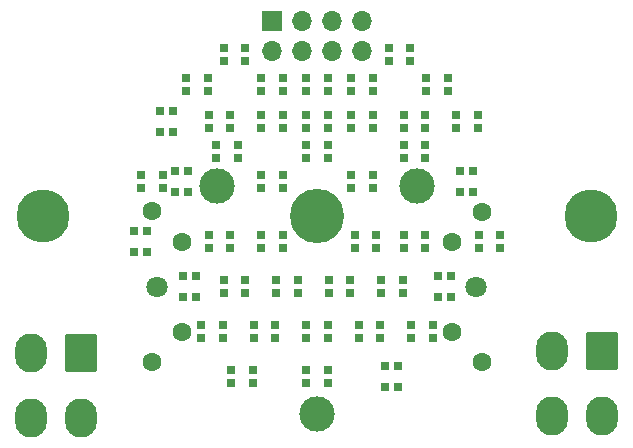
<source format=gbr>
%TF.GenerationSoftware,KiCad,Pcbnew,(6.0.9)*%
%TF.CreationDate,2023-01-27T15:13:05-09:00*%
%TF.ProjectId,GAUGE_Battery,47415547-455f-4426-9174-746572792e6b,rev?*%
%TF.SameCoordinates,Original*%
%TF.FileFunction,Soldermask,Top*%
%TF.FilePolarity,Negative*%
%FSLAX46Y46*%
G04 Gerber Fmt 4.6, Leading zero omitted, Abs format (unit mm)*
G04 Created by KiCad (PCBNEW (6.0.9)) date 2023-01-27 15:13:05*
%MOMM*%
%LPD*%
G01*
G04 APERTURE LIST*
G04 Aperture macros list*
%AMRoundRect*
0 Rectangle with rounded corners*
0 $1 Rounding radius*
0 $2 $3 $4 $5 $6 $7 $8 $9 X,Y pos of 4 corners*
0 Add a 4 corners polygon primitive as box body*
4,1,4,$2,$3,$4,$5,$6,$7,$8,$9,$2,$3,0*
0 Add four circle primitives for the rounded corners*
1,1,$1+$1,$2,$3*
1,1,$1+$1,$4,$5*
1,1,$1+$1,$6,$7*
1,1,$1+$1,$8,$9*
0 Add four rect primitives between the rounded corners*
20,1,$1+$1,$2,$3,$4,$5,0*
20,1,$1+$1,$4,$5,$6,$7,0*
20,1,$1+$1,$6,$7,$8,$9,0*
20,1,$1+$1,$8,$9,$2,$3,0*%
G04 Aperture macros list end*
%ADD10R,0.700000X0.700000*%
%ADD11RoundRect,0.250001X1.099999X1.399999X-1.099999X1.399999X-1.099999X-1.399999X1.099999X-1.399999X0*%
%ADD12O,2.700000X3.300000*%
%ADD13C,4.500000*%
%ADD14C,1.800000*%
%ADD15C,3.000000*%
%ADD16C,4.600000*%
%ADD17C,1.600000*%
%ADD18O,1.700000X1.700000*%
%ADD19R,1.700000X1.700000*%
G04 APERTURE END LIST*
D10*
%TO.C,D42*%
X193267000Y-108158000D03*
X193267000Y-107058000D03*
X191437000Y-107058000D03*
X191437000Y-108158000D03*
%TD*%
%TO.C,D41*%
X190092000Y-105618000D03*
X190092000Y-104518000D03*
X188262000Y-104518000D03*
X188262000Y-105618000D03*
%TD*%
%TO.C,D40*%
X186917000Y-108158000D03*
X186917000Y-107058000D03*
X185087000Y-107058000D03*
X185087000Y-108158000D03*
%TD*%
%TO.C,D39*%
X183107000Y-108158000D03*
X183107000Y-107058000D03*
X181277000Y-107058000D03*
X181277000Y-108158000D03*
%TD*%
%TO.C,D38*%
X179297000Y-108158000D03*
X179297000Y-107058000D03*
X177467000Y-107058000D03*
X177467000Y-108158000D03*
%TD*%
%TO.C,D37*%
X176122000Y-105618000D03*
X176122000Y-104518000D03*
X174292000Y-104518000D03*
X174292000Y-105618000D03*
%TD*%
%TO.C,D36*%
X172947000Y-108158000D03*
X172947000Y-107058000D03*
X171117000Y-107058000D03*
X171117000Y-108158000D03*
%TD*%
%TO.C,D35*%
X170042000Y-109868000D03*
X168942000Y-109868000D03*
X168942000Y-111698000D03*
X170042000Y-111698000D03*
%TD*%
%TO.C,D34*%
X173022000Y-110233000D03*
X173022000Y-111333000D03*
X174852000Y-111333000D03*
X174852000Y-110233000D03*
%TD*%
%TO.C,D33*%
X177467000Y-110233000D03*
X177467000Y-111333000D03*
X179297000Y-111333000D03*
X179297000Y-110233000D03*
%TD*%
%TO.C,D32*%
X181277000Y-110233000D03*
X181277000Y-111333000D03*
X183107000Y-111333000D03*
X183107000Y-110233000D03*
%TD*%
%TO.C,D31*%
X185087000Y-110233000D03*
X185087000Y-111333000D03*
X186917000Y-111333000D03*
X186917000Y-110233000D03*
%TD*%
%TO.C,D30*%
X189532000Y-110233000D03*
X189532000Y-111333000D03*
X191362000Y-111333000D03*
X191362000Y-110233000D03*
%TD*%
%TO.C,D29*%
X193977000Y-110233000D03*
X193977000Y-111333000D03*
X195807000Y-111333000D03*
X195807000Y-110233000D03*
%TD*%
%TO.C,D28*%
X195442000Y-114948000D03*
X194342000Y-114948000D03*
X194342000Y-116778000D03*
X195442000Y-116778000D03*
%TD*%
%TO.C,D27*%
X191362000Y-113873000D03*
X191362000Y-112773000D03*
X189532000Y-112773000D03*
X189532000Y-113873000D03*
%TD*%
%TO.C,D26*%
X186917000Y-116413000D03*
X186917000Y-115313000D03*
X185087000Y-115313000D03*
X185087000Y-116413000D03*
%TD*%
%TO.C,D25*%
X183107000Y-113873000D03*
X183107000Y-112773000D03*
X181277000Y-112773000D03*
X181277000Y-113873000D03*
%TD*%
%TO.C,D24*%
X179297000Y-116413000D03*
X179297000Y-115313000D03*
X177467000Y-115313000D03*
X177467000Y-116413000D03*
%TD*%
%TO.C,D23*%
X175487000Y-113873000D03*
X175487000Y-112773000D03*
X173657000Y-112773000D03*
X173657000Y-113873000D03*
%TD*%
%TO.C,D22*%
X171312000Y-114948000D03*
X170212000Y-114948000D03*
X170212000Y-116778000D03*
X171312000Y-116778000D03*
%TD*%
%TO.C,D21*%
X169137000Y-116413000D03*
X169137000Y-115313000D03*
X167307000Y-115313000D03*
X167307000Y-116413000D03*
%TD*%
%TO.C,D20*%
X167819000Y-120028000D03*
X166719000Y-120028000D03*
X166719000Y-121858000D03*
X167819000Y-121858000D03*
%TD*%
%TO.C,D19*%
X173022000Y-120393000D03*
X173022000Y-121493000D03*
X174852000Y-121493000D03*
X174852000Y-120393000D03*
%TD*%
%TO.C,D18*%
X177467000Y-120393000D03*
X177467000Y-121493000D03*
X179297000Y-121493000D03*
X179297000Y-120393000D03*
%TD*%
%TO.C,D17*%
X185404000Y-120393000D03*
X185404000Y-121493000D03*
X187234000Y-121493000D03*
X187234000Y-120393000D03*
%TD*%
%TO.C,D16*%
X189532000Y-120393000D03*
X189532000Y-121493000D03*
X191362000Y-121493000D03*
X191362000Y-120393000D03*
%TD*%
%TO.C,D15*%
X195882000Y-120393000D03*
X195882000Y-121493000D03*
X197712000Y-121493000D03*
X197712000Y-120393000D03*
%TD*%
%TO.C,D14*%
X193537000Y-123838000D03*
X192437000Y-123838000D03*
X192437000Y-125668000D03*
X193537000Y-125668000D03*
%TD*%
%TO.C,D13*%
X189457000Y-125303000D03*
X189457000Y-124203000D03*
X187627000Y-124203000D03*
X187627000Y-125303000D03*
%TD*%
%TO.C,D12*%
X185012000Y-125303000D03*
X185012000Y-124203000D03*
X183182000Y-124203000D03*
X183182000Y-125303000D03*
%TD*%
%TO.C,D11*%
X180567000Y-125303000D03*
X180567000Y-124203000D03*
X178737000Y-124203000D03*
X178737000Y-125303000D03*
%TD*%
%TO.C,D10*%
X176122000Y-125303000D03*
X176122000Y-124203000D03*
X174292000Y-124203000D03*
X174292000Y-125303000D03*
%TD*%
%TO.C,D9*%
X171947000Y-123838000D03*
X170847000Y-123838000D03*
X170847000Y-125668000D03*
X171947000Y-125668000D03*
%TD*%
%TO.C,D8*%
X172387000Y-128013000D03*
X172387000Y-129113000D03*
X174217000Y-129113000D03*
X174217000Y-128013000D03*
%TD*%
%TO.C,D7*%
X176832000Y-128013000D03*
X176832000Y-129113000D03*
X178662000Y-129113000D03*
X178662000Y-128013000D03*
%TD*%
%TO.C,D6*%
X181277000Y-128013000D03*
X181277000Y-129113000D03*
X183107000Y-129113000D03*
X183107000Y-128013000D03*
%TD*%
%TO.C,D5*%
X185722000Y-128013000D03*
X185722000Y-129113000D03*
X187552000Y-129113000D03*
X187552000Y-128013000D03*
%TD*%
%TO.C,D4*%
X190167000Y-128013000D03*
X190167000Y-129113000D03*
X191997000Y-129113000D03*
X191997000Y-128013000D03*
%TD*%
%TO.C,D3*%
X189092000Y-131458000D03*
X187992000Y-131458000D03*
X187992000Y-133288000D03*
X189092000Y-133288000D03*
%TD*%
%TO.C,D2*%
X183107000Y-132923000D03*
X183107000Y-131823000D03*
X181277000Y-131823000D03*
X181277000Y-132923000D03*
%TD*%
%TO.C,D1*%
X176757000Y-132923000D03*
X176757000Y-131823000D03*
X174927000Y-131823000D03*
X174927000Y-132923000D03*
%TD*%
D11*
%TO.C,J1*%
X162189000Y-130363000D03*
D12*
X157989000Y-130363000D03*
X162189000Y-135863000D03*
X157989000Y-135863000D03*
%TD*%
D11*
%TO.C,J3*%
X206322000Y-130210000D03*
D12*
X202122000Y-130210000D03*
X206322000Y-135710000D03*
X202122000Y-135710000D03*
%TD*%
D13*
%TO.C,H2*%
X205369000Y-118743000D03*
%TD*%
%TO.C,H1*%
X159014000Y-118743000D03*
%TD*%
D14*
%TO.C,M1*%
X195692000Y-124753000D03*
X168692000Y-124753000D03*
D15*
X182192000Y-135503000D03*
X190682000Y-116263000D03*
X173702000Y-116263000D03*
D16*
X182192000Y-118753000D03*
D17*
X193630576Y-128559417D03*
X193630576Y-120939417D03*
X170770576Y-128559417D03*
X170770576Y-120939417D03*
X196170576Y-131099417D03*
X196170576Y-118399417D03*
X168230576Y-131099417D03*
X168222000Y-118393000D03*
%TD*%
D18*
%TO.C,J2*%
X186002000Y-104773000D03*
X186002000Y-102233000D03*
X183462000Y-104773000D03*
X183462000Y-102233000D03*
X180922000Y-104773000D03*
X180922000Y-102233000D03*
X178382000Y-104773000D03*
D19*
X178382000Y-102233000D03*
%TD*%
M02*

</source>
